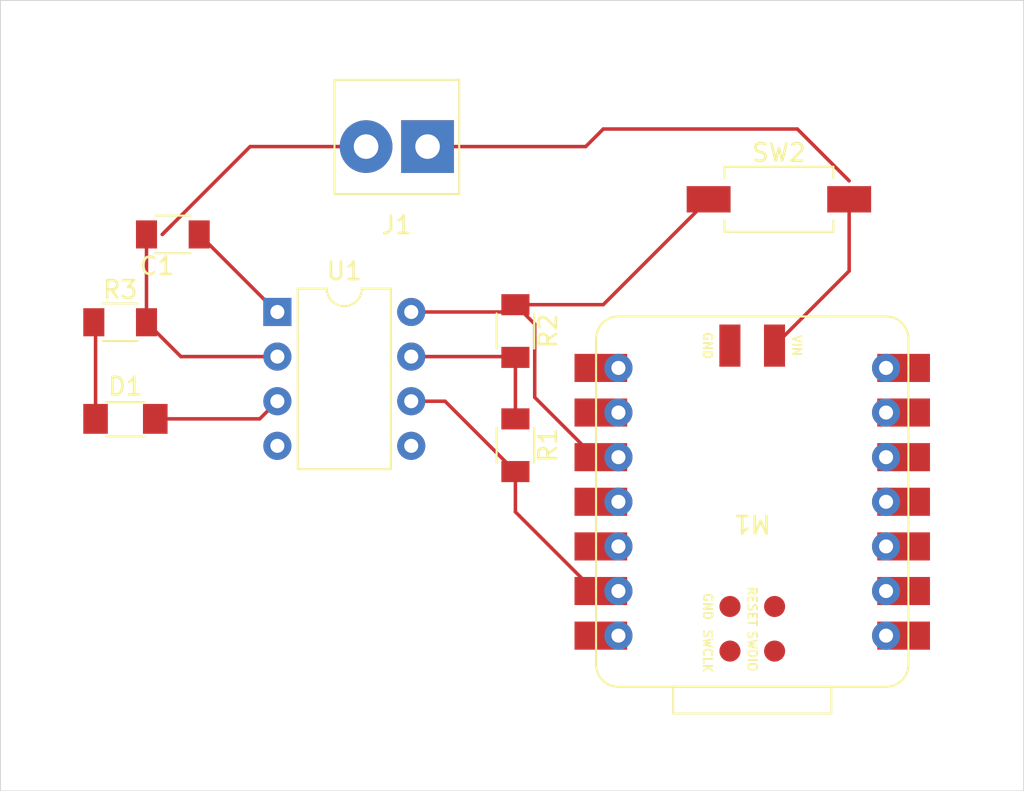
<source format=kicad_pcb>
(kicad_pcb (version 20240108) (generator "pcbnew") (generator_version "8.0")
  (layers (0 "F.Cu" signal) (31 "B.Cu" signal) (34 "B.Paste" user) (35 "F.Paste" user) (36 "B.SilkS" user "B.Silkscreen") (37 "F.SilkS" user "F.Silkscreen") (38 "B.Mask" user) (39 "F.Mask" user) (44 "Edge.Cuts" user))
  (net 0 "")
  (net 1 "GND")
  (net 2 "Net-(D1-A)")
  (net 3 "Net-(D1-K)")
  (net 4 "Net-(J1-Pin_2)")
  (net 5 "Net-(J1-Pin_1)")
  (net 6 "Net-(U1-DIS)")
  (net 24 "Net-(M1-D9)")
  (footprint "Package_DIP:DIP-8_W7.62mm" (layer "F.Cu") (at 120.765 75.735)
    (property "Reference" "U1" (at 3.81 -2.33 0) (layer "F.SilkS"))
    (property "Value" "ICM7555xP")
    (fp_line (start 1.16 -1.33) (end 1.16 8.95) (stroke (width 0.12)) (layer "F.SilkS"))
    (fp_line (start 1.16 8.95) (end 6.46 8.95) (stroke (width 0.12)) (layer "F.SilkS"))
    (fp_line (start 2.81 -1.33) (end 1.16 -1.33) (stroke (width 0.12)) (layer "F.SilkS"))
    (fp_line (start 6.46 -1.33) (end 4.81 -1.33) (stroke (width 0.12)) (layer "F.SilkS"))
    (fp_line (start 6.46 8.95) (end 6.46 -1.33) (stroke (width 0.12)) (layer "F.SilkS"))
    (fp_arc (start 4.81 -1.33) (mid 3.81 -0.33) (end 2.81 -1.33) (stroke (width 0.12)) (layer "F.SilkS"))
    (pad "1" thru_hole rect (at 0 0) (size 1.6 1.6) (drill 0.8) (layers "*.Cu" "*.Mask") (net 5 "Net-(J1-Pin_1)"))
    (pad "2" thru_hole oval (at 0 2.54) (size 1.6 1.6) (drill 0.8) (layers "*.Cu" "*.Mask") (net 1 "GND"))
    (pad "3" thru_hole oval (at 0 5.08) (size 1.6 1.6) (drill 0.8) (layers "*.Cu" "*.Mask") (net 2 "Net-(D1-A)"))
    (pad "4" thru_hole oval (at 0 7.62) (size 1.6 1.6) (drill 0.8) (layers "*.Cu" "*.Mask") (net 24 "Net-(M1-D9)"))
    (pad "5" thru_hole oval (at 7.62 7.62) (size 1.6 1.6) (drill 0.8) (layers "*.Cu" "*.Mask"))
    (pad "6" thru_hole oval (at 7.62 5.08) (size 1.6 1.6) (drill 0.8) (layers "*.Cu" "*.Mask") (net 1 "GND"))
    (pad "7" thru_hole oval (at 7.62 2.54) (size 1.6 1.6) (drill 0.8) (layers "*.Cu" "*.Mask") (net 6 "Net-(U1-DIS)"))
    (pad "8" thru_hole oval (at 7.62 0) (size 1.6 1.6) (drill 0.8) (layers "*.Cu" "*.Mask") (net 24 "Net-(M1-D9)"))
  )
  (footprint "fab:LED_1206" (layer "F.Cu") (at 112.115 81.82)
    (property "Reference" "D1" (at 0 -1.85 0) (layer "F.SilkS"))
    (property "Value" "LED_1206")
    (fp_line (start -1.1 -0.95) (end 1.1 -0.95) (stroke (width 0.12)) (layer "F.SilkS"))
    (fp_line (start -1.1 1) (end 1.1 1) (stroke (width 0.12)) (layer "F.SilkS"))
    (pad "1" smd rect (at -1.7 0) (size 1.4 1.7) (layers "F.Cu" "F.Paste" "F.Mask") (net 3 "Net-(D1-K)"))
    (pad "2" smd rect (at 1.7 0) (size 1.4 1.7) (layers "F.Cu" "F.Paste" "F.Mask") (net 2 "Net-(D1-A)"))
  )
  (footprint "fab:R_1206" (layer "F.Cu") (at 111.815 76.32)
    (property "Reference" "R3" (at 0 -1.85 0) (layer "F.SilkS"))
    (property "Value" "220R")
    (fp_line (start -1 -1.07) (end 1 -1.07) (stroke (width 0.12)) (layer "F.SilkS"))
    (fp_line (start 1 1.07) (end -1 1.07) (stroke (width 0.12)) (layer "F.SilkS"))
    (pad "1" smd rect (at -1.5 0) (size 1.2 1.6) (layers "F.Cu" "F.Paste" "F.Mask") (net 3 "Net-(D1-K)"))
    (pad "2" smd rect (at 1.5 0) (size 1.2 1.6) (layers "F.Cu" "F.Paste" "F.Mask") (net 1 "GND"))
  )
  (footprint "fab:C_1206" (layer "F.Cu") (at 114.815 71.32 180)
    (property "Reference" "C1" (at 0.9 -1.8 0) (layer "F.SilkS"))
    (property "Value" "10uF")
    (fp_line (start 1 1.07) (end -1 1.07) (stroke (width 0.12)) (layer "F.SilkS"))
    (fp_line (start -1 -1.07) (end 1 -1.07) (stroke (width 0.12)) (layer "F.SilkS"))
    (pad "1" smd rect (at -1.5 0 180) (size 1.2 1.6) (layers "F.Cu" "F.Paste" "F.Mask") (net 5 "Net-(J1-Pin_1)"))
    (pad "2" smd rect (at 1.5 0 180) (size 1.2 1.6) (layers "F.Cu" "F.Paste" "F.Mask") (net 1 "GND"))
  )
  (footprint "fab:SeeedStudio_XIAO_RP2040" (layer "F.Cu") (at 147.8 86.54 180)
    (property "Reference" "M1" (at 0 -1.27 180) (layer "F.SilkS"))
    (property "Value" "Module_XIAO-RP2040")
    (fp_line (start 8.8925 -9.261) (end 8.8925 9.281) (stroke (width 0.12)) (layer "F.SilkS"))
    (fp_line (start 7.6225 10.551) (end -7.6175 10.551) (stroke (width 0.12)) (layer "F.SilkS"))
    (fp_line (start -7.6175 -10.531) (end 7.6225 -10.531) (stroke (width 0.12)) (layer "F.SilkS"))
    (fp_line (start -8.8875 9.281) (end -8.8875 -9.261) (stroke (width 0.12)) (layer "F.SilkS"))
    (fp_rect (start -4.4975 -10.531) (end 4.5025 -12.055) (stroke (width 0.12)) (fill none) (layer "F.SilkS"))
    (fp_arc (start 8.8925 9.281) (mid 8.520526 10.179026) (end 7.6225 10.551) (stroke (width 0.12)) (layer "F.SilkS"))
    (fp_arc (start 7.6225 -10.531) (mid 8.520526 -10.159026) (end 8.8925 -9.261) (stroke (width 0.12)) (layer "F.SilkS"))
    (fp_arc (start -7.6175 10.551) (mid -8.515526 10.179026) (end -8.8875 9.281) (stroke (width 0.12)) (layer "F.SilkS"))
    (fp_arc (start -8.8875 -9.261) (mid -8.515526 -10.159026) (end -7.6175 -10.531) (stroke (width 0.12)) (layer "F.SilkS"))
    (fp_text user "GND" (at 2.54 -5.96 -90) (layer "F.SilkS") (effects (font (size 0.5 0.5) (thickness 0.1) (bold yes))))
    (fp_text user "RESET" (at 0 -5.96 -90) (layer "F.SilkS") (effects (font (size 0.5 0.5) (thickness 0.1) (bold yes))))
    (fp_text user "GND" (at 2.545 8.89 -90) (layer "F.SilkS") (effects (font (size 0.5 0.5) (thickness 0.1) (bold yes))))
    (fp_text user "SWDIO" (at 0 -8.5 -90) (layer "F.SilkS") (effects (font (size 0.5 0.5) (thickness 0.1) (bold yes))))
    (fp_text user "VIN" (at -2.535 8.89 -90) (layer "F.SilkS") (effects (font (size 0.5 0.5) (thickness 0.1) (bold yes))))
    (fp_text user "SWCLK" (at 2.54 -8.5 -90) (layer "F.SilkS") (effects (font (size 0.5 0.5) (thickness 0.1) (bold yes))))
    (pad "1" thru_hole circle (at -7.615 -7.62 180) (size 1.6 1.6) (drill 0.8) (layers "*.Cu" "*.Mask"))
    (pad "1" smd rect (at -7.615 -7.62 180) (size 3 1.6) (drill (offset -1 0)) (layers "F.Cu" "F.Paste" "F.Mask"))
    (pad "2" thru_hole circle (at -7.615 -5.08 180) (size 1.6 1.6) (drill 0.8) (layers "*.Cu" "*.Mask"))
    (pad "2" smd rect (at -7.615 -5.08 180) (size 3 1.6) (drill (offset -1 0)) (layers "F.Cu" "F.Paste" "F.Mask"))
    (pad "3" thru_hole circle (at -7.615 -2.54 180) (size 1.6 1.6) (drill 0.8) (layers "*.Cu" "*.Mask"))
    (pad "3" smd rect (at -7.615 -2.54 180) (size 3 1.6) (drill (offset -1 0)) (layers "F.Cu" "F.Paste" "F.Mask"))
    (pad "4" thru_hole circle (at -7.615 0 180) (size 1.6 1.6) (drill 0.8) (layers "*.Cu" "*.Mask"))
    (pad "4" smd rect (at -7.615 0 180) (size 3 1.6) (drill (offset -1 0)) (layers "F.Cu" "F.Paste" "F.Mask"))
    (pad "5" thru_hole circle (at -7.615 2.54 180) (size 1.6 1.6) (drill 0.8) (layers "*.Cu" "*.Mask"))
    (pad "5" smd rect (at -7.615 2.54 180) (size 3 1.6) (drill (offset -1 0)) (layers "F.Cu" "F.Paste" "F.Mask"))
    (pad "6" thru_hole circle (at -7.615 5.08 180) (size 1.6 1.6) (drill 0.8) (layers "*.Cu" "*.Mask"))
    (pad "6" smd rect (at -7.615 5.08 180) (size 3 1.6) (drill (offset -1 0)) (layers "F.Cu" "F.Paste" "F.Mask"))
    (pad "7" thru_hole circle (at -7.615 7.62 180) (size 1.6 1.6) (drill 0.8) (layers "*.Cu" "*.Mask"))
    (pad "7" smd rect (at -7.615 7.62 180) (size 3 1.6) (drill (offset -1 0)) (layers "F.Cu" "F.Paste" "F.Mask"))
    (pad "8" thru_hole circle (at 7.62 7.62 180) (size 1.6 1.6) (drill 0.8) (layers "*.Cu" "*.Mask"))
    (pad "8" smd rect (at 7.62 7.62 180) (size 3 1.6) (drill (offset 1 0)) (layers "F.Cu" "F.Paste" "F.Mask"))
    (pad "9" thru_hole circle (at 7.62 5.08 180) (size 1.6 1.6) (drill 0.8) (layers "*.Cu" "*.Mask"))
    (pad "9" smd rect (at 7.62 5.08 180) (size 3 1.6) (drill (offset 1 0)) (layers "F.Cu" "F.Paste" "F.Mask"))
    (pad "10" thru_hole circle (at 7.62 2.54 180) (size 1.6 1.6) (drill 0.8) (layers "*.Cu" "*.Mask") (net 24 "Net-(M1-D9)"))
    (pad "10" smd rect (at 7.62 2.54 180) (size 3 1.6) (drill (offset 1 0)) (layers "F.Cu" "F.Paste" "F.Mask") (net 24 "Net-(M1-D9)"))
    (pad "11" thru_hole circle (at 7.62 0 180) (size 1.6 1.6) (drill 0.8) (layers "*.Cu" "*.Mask"))
    (pad "11" smd rect (at 7.62 0 180) (size 3 1.6) (drill (offset 1 0)) (layers "F.Cu" "F.Paste" "F.Mask"))
    (pad "12" thru_hole circle (at 7.62 -2.54 180) (size 1.6 1.6) (drill 0.8) (layers "*.Cu" "*.Mask"))
    (pad "12" smd rect (at 7.62 -2.54 180) (size 3 1.6) (drill (offset 1 0)) (layers "F.Cu" "F.Paste" "F.Mask"))
    (pad "13" thru_hole circle (at 7.62 -5.08 180) (size 1.6 1.6) (drill 0.8) (layers "*.Cu" "*.Mask") (net 1 "GND"))
    (pad "13" smd rect (at 7.62 -5.08 180) (size 3 1.6) (drill (offset 1 0)) (layers "F.Cu" "F.Paste" "F.Mask") (net 1 "GND"))
    (pad "14" thru_hole circle (at 7.62 -7.62 180) (size 1.6 1.6) (drill 0.8) (layers "*.Cu" "*.Mask"))
    (pad "14" smd rect (at 7.62 -7.62 180) (size 3 1.6) (drill (offset 1 0)) (layers "F.Cu" "F.Paste" "F.Mask"))
    (pad "15" smd rect (at 1.275 8.89 90) (size 2.4 1.2) (layers "F.Cu" "F.Paste" "F.Mask"))
    (pad "16" smd rect (at -1.265 8.89 90) (size 2.4 1.2) (layers "F.Cu" "F.Paste" "F.Mask") (net 4 "Net-(J1-Pin_2)"))
    (pad "17" smd circle (at -1.27 -8.5 180) (size 1.2 1.2) (layers "F.Cu" "F.Paste" "F.Mask"))
    (pad "18" smd circle (at -1.27 -5.96 180) (size 1.2 1.2) (layers "F.Cu" "F.Paste" "F.Mask"))
    (pad "19" smd circle (at 1.27 -5.96 180) (size 1.2 1.2) (layers "F.Cu" "F.Paste" "F.Mask"))
    (pad "20" smd circle (at 1.27 -8.5 180) (size 1.2 1.2) (layers "F.Cu" "F.Paste" "F.Mask"))
  )
  (footprint "fab:R_1206" (layer "F.Cu") (at 134.315 76.82 -90)
    (property "Reference" "R2" (at 0 -1.85 90) (layer "F.SilkS"))
    (property "Value" "1k")
    (fp_line (start 1 1.07) (end -1 1.07) (stroke (width 0.12)) (layer "F.SilkS"))
    (fp_line (start -1 -1.07) (end 1 -1.07) (stroke (width 0.12)) (layer "F.SilkS"))
    (pad "1" smd rect (at -1.5 0 270) (size 1.2 1.6) (layers "F.Cu" "F.Paste" "F.Mask") (net 24 "Net-(M1-D9)"))
    (pad "2" smd rect (at 1.5 0 270) (size 1.2 1.6) (layers "F.Cu" "F.Paste" "F.Mask") (net 6 "Net-(U1-DIS)"))
  )
  (footprint "fab:R_1206" (layer "F.Cu") (at 134.315 83.32 -90)
    (property "Reference" "R1" (at 0 -1.85 90) (layer "F.SilkS"))
    (property "Value" "100k")
    (fp_line (start 1 1.07) (end -1 1.07) (stroke (width 0.12)) (layer "F.SilkS"))
    (fp_line (start -1 -1.07) (end 1 -1.07) (stroke (width 0.12)) (layer "F.SilkS"))
    (pad "1" smd rect (at -1.5 0 270) (size 1.2 1.6) (layers "F.Cu" "F.Paste" "F.Mask") (net 6 "Net-(U1-DIS)"))
    (pad "2" smd rect (at 1.5 0 270) (size 1.2 1.6) (layers "F.Cu" "F.Paste" "F.Mask") (net 1 "GND"))
  )
  (footprint "fab:Button_CnK_PTS636.0_6x3.5mm" (layer "F.Cu") (at 149.315 69.32)
    (property "Reference" "SW2" (at 0 -2.65 0) (layer "F.SilkS"))
    (property "Value" "Switch_Tactile_CnK")
    (fp_line (start -3.1 -1.85) (end -3.1 -1.2) (stroke (width 0.12)) (layer "F.SilkS"))
    (fp_line (start -3.1 1.2) (end -3.1 1.85) (stroke (width 0.12)) (layer "F.SilkS"))
    (fp_line (start -3.1 1.85) (end 3.1 1.85) (stroke (width 0.12)) (layer "F.SilkS"))
    (fp_line (start 3.1 -1.85) (end -3.1 -1.85) (stroke (width 0.12)) (layer "F.SilkS"))
    (fp_line (start 3.1 -1.85) (end 3.1 -1.2) (stroke (width 0.12)) (layer "F.SilkS"))
    (fp_line (start 3.1 1.85) (end 3.1 1.2) (stroke (width 0.12)) (layer "F.SilkS"))
    (pad "1" smd rect (at -4 0) (size 2.5 1.5) (layers "F.Cu" "F.Paste" "F.Mask") (net 24 "Net-(M1-D9)"))
    (pad "2" smd rect (at 4 0) (size 2.5 1.5) (layers "F.Cu" "F.Paste" "F.Mask") (net 4 "Net-(J1-Pin_2)"))
  )
  (footprint "fab:TerminalBlock_OnShore_1x02_P3.50mm_Horizontal" (layer "F.Cu") (at 129.315 66.32 180)
    (property "Reference" "J1" (at 1.75 -4.46 0) (layer "F.SilkS"))
    (property "Value" "Screw_Terminal_01x02_P3.5mm")
    (fp_line (start 5.3 -2.7) (end 5.3 3.8) (stroke (width 0.12)) (layer "F.SilkS"))
    (fp_line (start -1.8 3.8) (end 5.3 3.8) (stroke (width 0.12)) (layer "F.SilkS"))
    (fp_line (start -1.8 -2.7) (end 5.3 -2.7) (stroke (width 0.12)) (layer "F.SilkS"))
    (fp_line (start -1.8 -2.7) (end -1.8 3.8) (stroke (width 0.12)) (layer "F.SilkS"))
    (pad "+" thru_hole rect (at 0 0 180) (size 3 3) (drill 1.4) (layers "*.Cu" "*.Mask"))
    (pad "-" thru_hole circle (at 3.5 0 180) (size 3 3) (drill 1.4) (layers "*.Cu" "*.Mask"))
  )
  (gr_rect (start 105 58) (end 163.25 103) (stroke (width 0.05)) (fill none) (layer "Edge.Cuts"))
  (segment (start 125.815 66.32) (end 119.215 66.32) (width 0.2) (layer "F.Cu") (net 0))
  (segment (start 138.315 66.32) (end 139.315 65.32) (width 0.2) (layer "F.Cu") (net 0))
  (segment (start 129.315 66.32) (end 138.315 66.32) (width 0.2) (layer "F.Cu") (net 0))
  (segment (start 114.215 71.32) (end 114.765 70.77) (width 0.2) (layer "F.Cu") (net 0))
  (segment (start 119.215 66.32) (end 114.215 71.32) (width 0.2) (layer "F.Cu") (net 0))
  (segment (start 150.365 65.32) (end 153.315 68.27) (width 0.2) (layer "F.Cu") (net 0))
  (segment (start 139.315 65.32) (end 150.365 65.32) (width 0.2) (layer "F.Cu") (net 0))
  (segment (start 130.31 80.815) (end 134.315 84.82) (width 0.2) (layer "F.Cu") (net 1))
  (segment (start 134.315 87.115) (end 138.82 91.62) (width 0.2) (layer "F.Cu") (net 1))
  (segment (start 113.315 71.32) (end 113.315 76.32) (width 0.2) (layer "F.Cu") (net 1))
  (segment (start 138.82 91.62) (end 140.18 91.62) (width 0.2) (layer "F.Cu") (net 1))
  (segment (start 115.27 78.275) (end 113.315 76.32) (width 0.2) (layer "F.Cu") (net 1))
  (segment (start 128.385 80.815) (end 130.31 80.815) (width 0.2) (layer "F.Cu") (net 1))
  (segment (start 134.315 84.82) (end 134.315 87.115) (width 0.2) (layer "F.Cu") (net 1))
  (segment (start 120.765 78.275) (end 115.27 78.275) (width 0.2) (layer "F.Cu") (net 1))
  (segment (start 113.815 81.82) (end 119.76 81.82) (width 0.2) (layer "F.Cu") (net 2))
  (segment (start 119.76 81.82) (end 120.765 80.815) (width 0.2) (layer "F.Cu") (net 2))
  (segment (start 110.415 76.92) (end 110.415 81.82) (width 0.2) (layer "F.Cu") (net 3))
  (segment (start 110.315 76.32) (end 110.315 76.82) (width 0.2) (layer "F.Cu") (net 3))
  (segment (start 110.315 76.82) (end 110.415 76.92) (width 0.2) (layer "F.Cu") (net 3))
  (segment (start 153.315 73.4) (end 149.065 77.65) (width 0.2) (layer "F.Cu") (net 4))
  (segment (start 153.315 68.67) (end 153.315 69.32) (width 0.2) (layer "F.Cu") (net 4))
  (segment (start 153.315 69.32) (end 153.315 73.4) (width 0.2) (layer "F.Cu") (net 4))
  (segment (start 120.73 75.735) (end 116.315 71.32) (width 0.2) (layer "F.Cu") (net 5))
  (segment (start 120.765 75.735) (end 120.73 75.735) (width 0.2) (layer "F.Cu") (net 5))
  (segment (start 134.27 78.275) (end 134.315 78.32) (width 0.2) (layer "F.Cu") (net 6))
  (segment (start 134.315 81.82) (end 134.315 78.32) (width 0.2) (layer "F.Cu") (net 6))
  (segment (start 128.385 78.275) (end 134.27 78.275) (width 0.2) (layer "F.Cu") (net 6))
  (segment (start 135.415 80.595) (end 138.82 84) (width 0.2) (layer "F.Cu") (net 24))
  (segment (start 128.385 75.735) (end 133.9 75.735) (width 0.2) (layer "F.Cu") (net 24))
  (segment (start 138.82 84) (end 140.18 84) (width 0.2) (layer "F.Cu") (net 24))
  (segment (start 134.315 75.32) (end 135.415 76.42) (width 0.2) (layer "F.Cu") (net 24))
  (segment (start 134.315 75.32) (end 139.315 75.32) (width 0.2) (layer "F.Cu") (net 24))
  (segment (start 135.415 76.42) (end 135.415 80.595) (width 0.2) (layer "F.Cu") (net 24))
  (segment (start 133.9 75.735) (end 134.315 75.32) (width 0.2) (layer "F.Cu") (net 24))
  (segment (start 139.315 75.32) (end 145.315 69.32) (width 0.2) (layer "F.Cu") (net 24))
)
</source>
